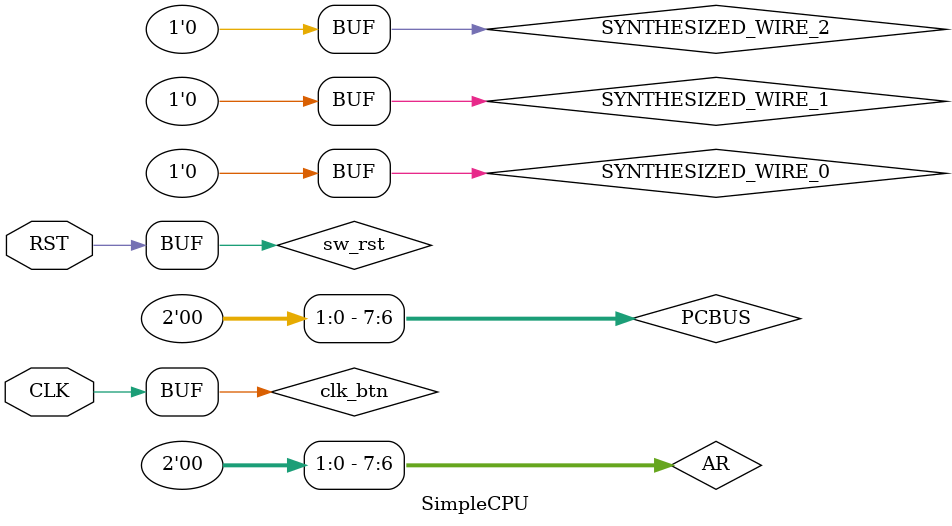
<source format=v>


module SimpleCPU(
	CLK,
	RST
);


input wire	CLK;
input wire	RST;

// control signals
wire	ARLOAD;
wire	PCLOAD;
wire	DRLOAD;
wire	ACLOAD;
wire	IRLOAD;
wire	PCINC;
wire	ACINC;
wire	[1:0] SYSBUSSEL;
wire	COUNTER_LD;
wire	COUNTER_INC;
wire	COUNTER_CLR;
wire	ALUSEL;
//

wire	[8:0] cu_decoder;
wire	[7:0] SYSTEM_BUS;
wire	[1:0] OPCODE;
wire	[3:0] cu_cnt;


wire	[7:0] AC;
wire	[7:0] AR;
wire	[7:0] ALU;


wire	clk_btn;
wire	[7:0] DRBUS;
wire	[7:0] MEMBUS;
wire	[7:0] PCBUS;
wire	sw_rst;
wire	SYNTHESIZED_WIRE_0;
wire	SYNTHESIZED_WIRE_1;
wire	SYNTHESIZED_WIRE_2;

assign	SYNTHESIZED_WIRE_0 = 0;
assign	SYNTHESIZED_WIRE_1 = 0;
assign	SYNTHESIZED_WIRE_2 = 0;





CPU_regN	b2v_inst(
	.inc(SYNTHESIZED_WIRE_0),
	.load(ARLOAD),
	.rst(sw_rst),
	.clk(clk_btn),
	.d(SYSTEM_BUS[5:0]),
	.q(AR[5:0]));
	defparam	b2v_inst.N = 6;


CPU_regN	b2v_inst1(
	.inc(PCINC),
	.load(PCLOAD),
	.rst(sw_rst),
	.clk(clk_btn),
	.d(SYSTEM_BUS[5:0]),
	.q(PCBUS[5:0]));
	defparam	b2v_inst1.N = 6;


ALU	b2v_inst10(
	.ALUSEL(ALUSEL),
	.AC(AC),
	.AR(AR),
	.q(ALU));
	defparam	b2v_inst10.N = 8;


CU_decoder	b2v_inst11(
	.counter_value(cu_cnt),
	.CPU_state(cu_decoder));
	defparam	b2v_inst11.N = 4;
	defparam	b2v_inst11.states = 9;


CU_counter	b2v_inst12(
	.load(COUNTER_LD),
	.inc(COUNTER_INC),
	.clr(COUNTER_CLR),
	.clk(clk_btn),
	.rst(sw_rst),
	.opcode(OPCODE),
	.q(cu_cnt));
	defparam	b2v_inst12.N = 4;
	defparam	b2v_inst12.opcode_bits = 2;


CU_logic	b2v_inst13(
	.CPU_state(cu_decoder),
	.ARLOAD(ARLOAD),
	.PCLOAD(PCLOAD),
	.DRLOAD(DRLOAD),
	.ACLOAD(ACLOAD),
	.IRLOAD(IRLOAD),
	.PCINC(PCINC),
	.ACINC(ACINC),
	.ALUSEL(ALUSEL),
	.COUNTER_LD(COUNTER_LD),
	.COUNTER_INC(COUNTER_INC),
	.COUNTER_CLR(COUNTER_CLR),
	.SYSTEMBUSSEL(SYSBUSSEL));
	defparam	b2v_inst13.states = 9;




CPU_regN	b2v_inst2(
	.inc(SYNTHESIZED_WIRE_1),
	.load(DRLOAD),
	.rst(sw_rst),
	.clk(clk_btn),
	.d(SYSTEM_BUS),
	.q(DRBUS));
	defparam	b2v_inst2.N = 8;


CPU_regN	b2v_inst3(
	.inc(ACINC),
	.load(ACLOAD),
	.rst(sw_rst),
	.clk(clk_btn),
	.d(ALU),
	.q(AC));
	defparam	b2v_inst3.N = 8;


CPU_regN	b2v_inst4(
	.inc(SYNTHESIZED_WIRE_2),
	.load(IRLOAD),
	.rst(sw_rst),
	.clk(clk_btn),
	.d(SYSTEM_BUS[7:6]),
	.q(OPCODE));
	defparam	b2v_inst4.N = 2;





systemBus_muxN	b2v_inst8(
	.a(PCBUS),
	.b(DRBUS),
	.c(MEMBUS),
	.sel(SYSBUSSEL),
	.q(SYSTEM_BUS));
	defparam	b2v_inst8.N = 8;


testROM	b2v_inst9(
	.address(AR[5:0]),
	.instruction(MEMBUS));
	defparam	b2v_inst9.ADDR_WIDTH = 6;
	defparam	b2v_inst9.DATA_WIDTH = 8;

assign	clk_btn = CLK;
assign	sw_rst = RST;
assign	AR[7:6] = 2'b00;
assign	PCBUS[7:6] = 2'b00;

endmodule

</source>
